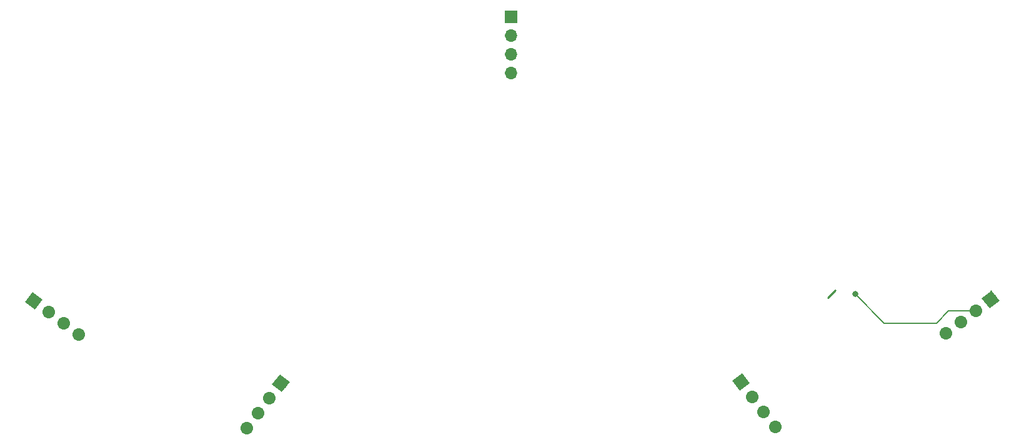
<source format=gbr>
G04 #@! TF.GenerationSoftware,KiCad,Pcbnew,(5.1.4)-1*
G04 #@! TF.CreationDate,2024-04-24T20:57:57-04:00*
G04 #@! TF.ProjectId,ThumbsUp,5468756d-6273-4557-902e-6b696361645f,rev?*
G04 #@! TF.SameCoordinates,Original*
G04 #@! TF.FileFunction,Copper,L1,Top*
G04 #@! TF.FilePolarity,Positive*
%FSLAX46Y46*%
G04 Gerber Fmt 4.6, Leading zero omitted, Abs format (unit mm)*
G04 Created by KiCad (PCBNEW (5.1.4)-1) date 2024-04-24 20:57:57*
%MOMM*%
%LPD*%
G04 APERTURE LIST*
%ADD10C,1.700000*%
%ADD11C,0.100000*%
%ADD12C,1.700000*%
%ADD13O,1.700000X1.700000*%
%ADD14R,1.700000X1.700000*%
%ADD15C,0.800000*%
%ADD16C,0.254000*%
%ADD17C,0.250000*%
%ADD18C,0.200000*%
G04 APERTURE END LIST*
D10*
X324570114Y-18725833D03*
D11*
G36*
X323379731Y-18893130D02*
G01*
X324402817Y-17535450D01*
X325760497Y-18558536D01*
X324737411Y-19916216D01*
X323379731Y-18893130D01*
X323379731Y-18893130D01*
G37*
D10*
X323041504Y-20754367D03*
D12*
X323041504Y-20754367D02*
X323041504Y-20754367D01*
D10*
X321512894Y-22782901D03*
D12*
X321512894Y-22782901D02*
X321512894Y-22782901D01*
D10*
X319984284Y-24811436D03*
D12*
X319984284Y-24811436D02*
X319984284Y-24811436D01*
D13*
X355808765Y23391751D03*
X355808765Y25931751D03*
X355808765Y28471751D03*
D14*
X355808765Y31011751D03*
D10*
X420750744Y-7362076D03*
D11*
G36*
X419560361Y-7194779D02*
G01*
X420918041Y-6171693D01*
X421941127Y-7529373D01*
X420583447Y-8552459D01*
X419560361Y-7194779D01*
X419560361Y-7194779D01*
G37*
D10*
X418722210Y-8890686D03*
D12*
X418722210Y-8890686D02*
X418722210Y-8890686D01*
D10*
X416693676Y-10419296D03*
D12*
X416693676Y-10419296D02*
X416693676Y-10419296D01*
D10*
X414665141Y-11947906D03*
D12*
X414665141Y-11947906D02*
X414665141Y-11947906D01*
D10*
X291057015Y-7515681D03*
D11*
G36*
X291224312Y-8706064D02*
G01*
X289866632Y-7682978D01*
X290889718Y-6325298D01*
X292247398Y-7348384D01*
X291224312Y-8706064D01*
X291224312Y-8706064D01*
G37*
D10*
X293085549Y-9044291D03*
D12*
X293085549Y-9044291D02*
X293085549Y-9044291D01*
D10*
X295114083Y-10572901D03*
D12*
X295114083Y-10572901D02*
X295114083Y-10572901D01*
D10*
X297142618Y-12101511D03*
D12*
X297142618Y-12101511D02*
X297142618Y-12101511D01*
D10*
X386957813Y-18527231D03*
D11*
G36*
X386790516Y-19717614D02*
G01*
X385767430Y-18359934D01*
X387125110Y-17336848D01*
X388148196Y-18694528D01*
X386790516Y-19717614D01*
X386790516Y-19717614D01*
G37*
D10*
X388486423Y-20555765D03*
D12*
X388486423Y-20555765D02*
X388486423Y-20555765D01*
D10*
X390015033Y-22584299D03*
D12*
X390015033Y-22584299D02*
X390015033Y-22584299D01*
D10*
X391543643Y-24612834D03*
D12*
X391543643Y-24612834D02*
X391543643Y-24612834D01*
D15*
X402450000Y-6650000D03*
D16*
X399737310Y-6068750D02*
X398721311Y-7084749D01*
D17*
X295114083Y-10572901D02*
X294700000Y-10158818D01*
D18*
X418722210Y-8890686D02*
X418562896Y-9050000D01*
X406350000Y-10550000D02*
X402450000Y-6650000D01*
X413400000Y-10550000D02*
X406350000Y-10550000D01*
X418722210Y-8890686D02*
X415059314Y-8890686D01*
X415059314Y-8890686D02*
X413400000Y-10550000D01*
D16*
X420750744Y-7362076D02*
X420750744Y-6197761D01*
M02*

</source>
